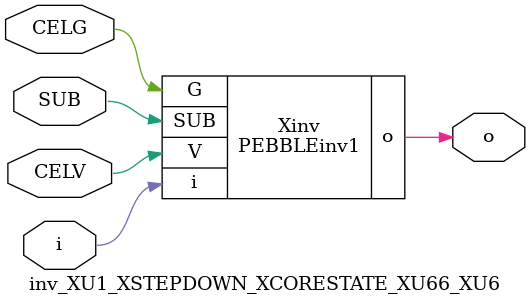
<source format=v>



module PEBBLEinv1 ( o, G, SUB, V, i );

  input V;
  input i;
  input G;
  output o;
  input SUB;
endmodule

//Celera Confidential Do Not Copy inv_XU1_XSTEPDOWN_XCORESTATE_XU66_XU6
//Celera Confidential Symbol Generator
//5V Inverter
module inv_XU1_XSTEPDOWN_XCORESTATE_XU66_XU6 (CELV,CELG,i,o,SUB);
input CELV;
input CELG;
input i;
input SUB;
output o;

//Celera Confidential Do Not Copy inv
PEBBLEinv1 Xinv(
.V (CELV),
.i (i),
.o (o),
.SUB (SUB),
.G (CELG)
);
//,diesize,PEBBLEinv1

//Celera Confidential Do Not Copy Module End
//Celera Schematic Generator
endmodule

</source>
